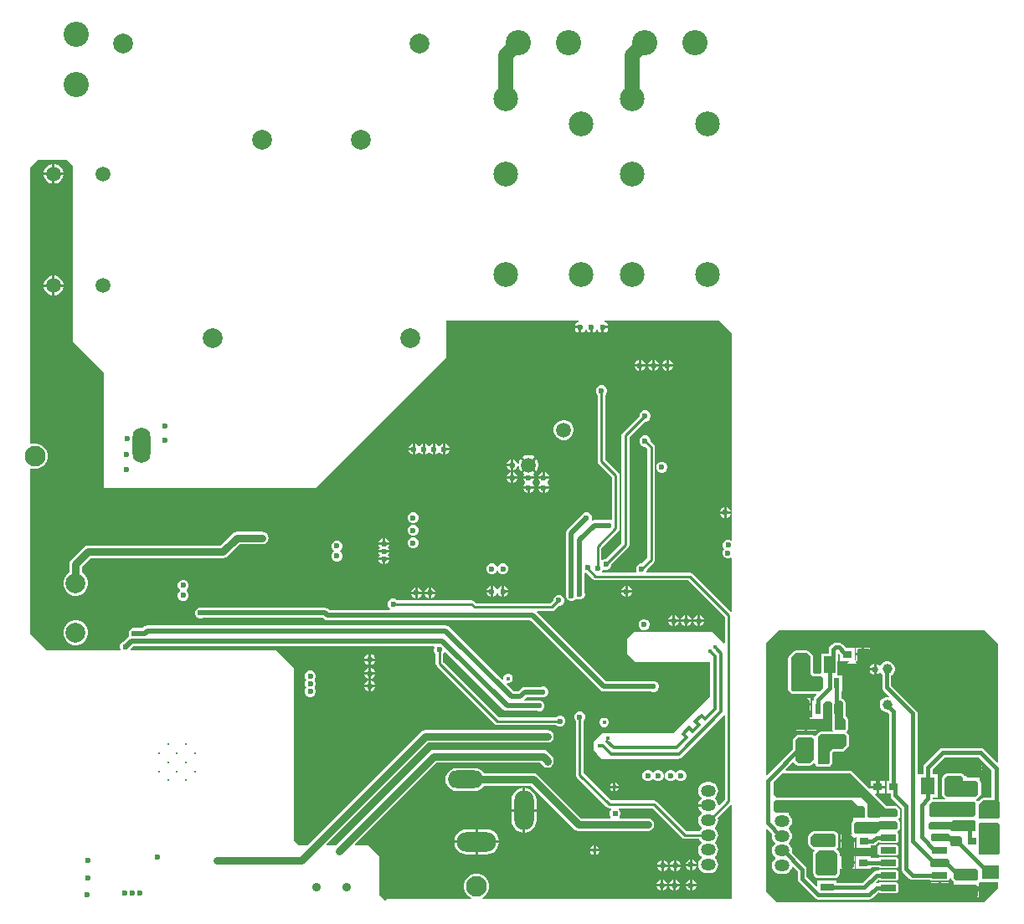
<source format=gbl>
G04*
G04 #@! TF.GenerationSoftware,Altium Limited,Altium Designer,24.2.2 (26)*
G04*
G04 Layer_Physical_Order=4*
G04 Layer_Color=16711680*
%FSLAX25Y25*%
%MOIN*%
G70*
G04*
G04 #@! TF.SameCoordinates,F296BD43-7A1A-4B5F-AFD2-8FBC70BB071E*
G04*
G04*
G04 #@! TF.FilePolarity,Positive*
G04*
G01*
G75*
%ADD20C,0.01000*%
%ADD26R,0.03800X0.03100*%
%ADD30R,0.05512X0.03150*%
%ADD40R,0.03100X0.03800*%
%ADD110C,0.08268*%
%ADD139C,0.01500*%
%ADD140C,0.01470*%
%ADD144C,0.02000*%
%ADD147C,0.03000*%
%ADD148C,0.06000*%
%ADD150C,0.03937*%
%ADD151O,0.05906X0.04724*%
%ADD152C,0.05906*%
%ADD153C,0.09843*%
%ADD154C,0.01181*%
%ADD155O,0.14173X0.07087*%
%ADD156O,0.07874X0.15748*%
%ADD157O,0.15748X0.07874*%
%ADD158C,0.03543*%
%ADD159C,0.07874*%
%ADD160C,0.10039*%
%ADD161O,0.07087X0.14173*%
%ADD162C,0.02362*%
%ADD163C,0.02500*%
%ADD164C,0.01575*%
%ADD165C,0.01772*%
%ADD166C,0.02400*%
%ADD213R,0.02362X0.04331*%
%ADD214R,0.04528X0.06693*%
%ADD215R,0.05669X0.07165*%
G04:AMPARAMS|DCode=216|XSize=62.99mil|YSize=24.02mil|CornerRadius=3mil|HoleSize=0mil|Usage=FLASHONLY|Rotation=180.000|XOffset=0mil|YOffset=0mil|HoleType=Round|Shape=RoundedRectangle|*
%AMROUNDEDRECTD216*
21,1,0.06299,0.01801,0,0,180.0*
21,1,0.05699,0.02402,0,0,180.0*
1,1,0.00600,-0.02849,0.00901*
1,1,0.00600,0.02849,0.00901*
1,1,0.00600,0.02849,-0.00901*
1,1,0.00600,-0.02849,-0.00901*
%
%ADD216ROUNDEDRECTD216*%
%ADD217R,0.07165X0.05669*%
G36*
X21229Y296324D02*
Y226274D01*
X33379Y214124D01*
Y168274D01*
X118129D01*
X169929Y220074D01*
Y234874D01*
X222620D01*
X222695Y234405D01*
X221893Y234073D01*
X221280Y233459D01*
X220975Y232724D01*
X223129D01*
Y232224D01*
X223629D01*
Y230070D01*
X224364Y230375D01*
X224978Y230989D01*
X225108Y231303D01*
X225649D01*
X225780Y230989D01*
X226393Y230375D01*
X227129Y230070D01*
Y232224D01*
X228129D01*
Y230070D01*
X228864Y230375D01*
X229478Y230989D01*
X229608Y231303D01*
X230149D01*
X230280Y230989D01*
X230893Y230375D01*
X231629Y230070D01*
Y232224D01*
X232129D01*
Y232724D01*
X234282D01*
X233978Y233459D01*
X233364Y234073D01*
X232563Y234405D01*
X232638Y234874D01*
X278379D01*
X283622Y229631D01*
Y147619D01*
X283122Y147382D01*
X282463Y147655D01*
X281595D01*
X280793Y147323D01*
X280180Y146710D01*
X279848Y145908D01*
Y145040D01*
X280180Y144238D01*
X280444Y143974D01*
X280080Y143609D01*
X279748Y142808D01*
Y141940D01*
X280080Y141139D01*
X280693Y140525D01*
X281495Y140193D01*
X282363D01*
X283122Y140507D01*
X283622Y140330D01*
Y119001D01*
X283122Y118794D01*
X267866Y134050D01*
X267370Y134381D01*
X266785Y134498D01*
X249911D01*
X249576Y134998D01*
X249760Y135440D01*
Y135892D01*
X252471Y138604D01*
X252803Y139100D01*
X252919Y139685D01*
Y184383D01*
X252803Y184968D01*
X252471Y185464D01*
X251064Y186872D01*
Y187324D01*
X250732Y188125D01*
X250118Y188739D01*
X249317Y189071D01*
X248449D01*
X247648Y188739D01*
X247034Y188125D01*
X246702Y187324D01*
Y186456D01*
X247034Y185654D01*
X247648Y185041D01*
X248449Y184709D01*
X248901D01*
X249860Y183749D01*
Y140319D01*
X247597Y138055D01*
X247145D01*
X246343Y137723D01*
X245730Y137109D01*
X245398Y136308D01*
Y135440D01*
X245581Y134998D01*
X245247Y134498D01*
X231940D01*
X231749Y134959D01*
X231828Y135038D01*
X232004Y135463D01*
X232622Y135727D01*
X232945Y135593D01*
X233813D01*
X234614Y135925D01*
X235228Y136539D01*
X235560Y137340D01*
Y137792D01*
X242212Y144445D01*
X242544Y144941D01*
X242660Y145526D01*
Y188504D01*
X248865Y194709D01*
X249317D01*
X250118Y195041D01*
X250732Y195654D01*
X251064Y196456D01*
Y197324D01*
X250732Y198125D01*
X250118Y198739D01*
X249317Y199071D01*
X248449D01*
X247648Y198739D01*
X247034Y198125D01*
X246702Y197324D01*
Y196872D01*
X240049Y190219D01*
X239718Y189723D01*
X239601Y189138D01*
Y146160D01*
X233397Y139955D01*
X232945D01*
X232143Y139623D01*
X232008Y139488D01*
X231508Y139695D01*
Y144349D01*
X238341Y151182D01*
X238673Y151678D01*
X238789Y152263D01*
Y173149D01*
X238673Y173734D01*
X238341Y174230D01*
X233119Y179453D01*
Y205335D01*
X233438Y205654D01*
X233771Y206456D01*
Y207324D01*
X233438Y208125D01*
X232825Y208739D01*
X232023Y209071D01*
X231156D01*
X230354Y208739D01*
X229740Y208125D01*
X229408Y207324D01*
Y206456D01*
X229740Y205654D01*
X230060Y205335D01*
Y178819D01*
X230176Y178234D01*
X230508Y177738D01*
X235731Y172515D01*
Y155708D01*
X235315Y155430D01*
X235013Y155555D01*
X234145D01*
X233802Y155413D01*
X228842D01*
X228061Y155258D01*
X228002Y155218D01*
X227598Y155550D01*
X227760Y155940D01*
Y156808D01*
X227428Y157609D01*
X226814Y158223D01*
X226013Y158555D01*
X225145D01*
X224343Y158223D01*
X223730Y157609D01*
X223588Y157267D01*
X218137Y151816D01*
X217695Y151154D01*
X217540Y150374D01*
Y126151D01*
X217398Y125808D01*
Y124940D01*
X217730Y124138D01*
X218343Y123525D01*
X219145Y123193D01*
X220013D01*
X220814Y123525D01*
X221428Y124138D01*
X221902Y123977D01*
X222461Y123746D01*
X223329D01*
X224131Y124078D01*
X224744Y124691D01*
X225076Y125493D01*
Y126361D01*
X224934Y126703D01*
Y134136D01*
X225350Y134414D01*
X225642Y134293D01*
X225742D01*
X228148Y131887D01*
X228644Y131555D01*
X229229Y131439D01*
X266151D01*
X280749Y116841D01*
Y106557D01*
X280287Y106365D01*
X279779Y106874D01*
Y106874D01*
X275788Y110865D01*
X244370Y110865D01*
X241879Y108374D01*
X241879Y102274D01*
X245229Y98924D01*
X274928D01*
Y85324D01*
X260279Y70674D01*
X232229D01*
X228624Y67069D01*
X228461Y63989D01*
X231502Y60224D01*
X261979D01*
X262318Y60563D01*
X262429D01*
X262429Y60563D01*
X263106Y60698D01*
X263680Y61081D01*
X280249Y77650D01*
X280749Y77443D01*
Y44090D01*
X278567Y41907D01*
X278039Y42087D01*
X277965Y42650D01*
X277626Y43468D01*
X277087Y44170D01*
X276775Y44410D01*
Y45040D01*
X277087Y45280D01*
X277626Y45982D01*
X277965Y46800D01*
X278081Y47678D01*
X277965Y48555D01*
X277626Y49373D01*
X277087Y50076D01*
X276385Y50615D01*
X275567Y50954D01*
X274689Y51069D01*
X273508D01*
X272631Y50954D01*
X271813Y50615D01*
X271110Y50076D01*
X270571Y49373D01*
X270233Y48555D01*
X270117Y47678D01*
X270233Y46800D01*
X270571Y45982D01*
X271110Y45280D01*
X271423Y45040D01*
Y44410D01*
X271110Y44170D01*
X270571Y43468D01*
X270233Y42650D01*
X270183Y42272D01*
X274099D01*
Y41272D01*
X270183D01*
X270233Y40895D01*
X270571Y40077D01*
X271110Y39374D01*
X271423Y39135D01*
Y38504D01*
X271110Y38265D01*
X270571Y37562D01*
X270233Y36744D01*
X270117Y35867D01*
X270233Y34989D01*
X270571Y34171D01*
X271110Y33469D01*
X271423Y33229D01*
Y32599D01*
X271110Y32359D01*
X270571Y31657D01*
X270502Y31491D01*
X265425D01*
X253610Y43306D01*
X253114Y43637D01*
X252529Y43753D01*
X235338D01*
X224457Y54634D01*
Y75470D01*
X224777Y75789D01*
X225109Y76591D01*
Y77459D01*
X224777Y78260D01*
X224164Y78874D01*
X223362Y79206D01*
X222494D01*
X221692Y78874D01*
X221079Y78260D01*
X220747Y77459D01*
Y76591D01*
X221079Y75789D01*
X221399Y75470D01*
Y54000D01*
X221515Y53415D01*
X221847Y52919D01*
X233623Y41143D01*
X234119Y40811D01*
X234704Y40695D01*
X235331D01*
X235538Y40195D01*
X235114Y39770D01*
X234779Y38962D01*
Y38086D01*
X235114Y37278D01*
X235268Y37123D01*
X235061Y36623D01*
X223435D01*
X206178Y53880D01*
X205351Y54432D01*
X204376Y54626D01*
X184862D01*
X184332Y55317D01*
X183383Y56046D01*
X182277Y56503D01*
X181091Y56660D01*
X174005D01*
X172819Y56503D01*
X171713Y56046D01*
X170764Y55317D01*
X170036Y54368D01*
X169578Y53263D01*
X169422Y52077D01*
X169578Y50891D01*
X170036Y49786D01*
X170764Y48837D01*
X171713Y48109D01*
X172819Y47651D01*
X174005Y47495D01*
X181091D01*
X182277Y47651D01*
X183383Y48109D01*
X184332Y48837D01*
X184862Y49528D01*
X203320D01*
X220576Y32272D01*
X221403Y31719D01*
X222379Y31525D01*
X250079D01*
X251054Y31719D01*
X251881Y32272D01*
X252434Y33099D01*
X252628Y34074D01*
X252434Y35050D01*
X251881Y35876D01*
X251054Y36429D01*
X250079Y36623D01*
X238896D01*
X238689Y37123D01*
X238844Y37278D01*
X239179Y38086D01*
Y38962D01*
X238844Y39770D01*
X238419Y40195D01*
X238627Y40695D01*
X251895D01*
X263710Y28880D01*
X264206Y28548D01*
X264791Y28432D01*
X270502D01*
X270571Y28266D01*
X271110Y27563D01*
X271423Y27324D01*
Y26693D01*
X271110Y26454D01*
X270571Y25751D01*
X270233Y24934D01*
X270117Y24056D01*
X270233Y23178D01*
X270571Y22360D01*
X271110Y21658D01*
X271423Y21418D01*
Y20788D01*
X271110Y20548D01*
X270571Y19846D01*
X270233Y19028D01*
X270117Y18150D01*
X270233Y17273D01*
X270571Y16455D01*
X271110Y15752D01*
X271813Y15213D01*
X272631Y14875D01*
X273508Y14759D01*
X274689D01*
X275567Y14875D01*
X276385Y15213D01*
X277087Y15752D01*
X277626Y16455D01*
X277965Y17273D01*
X278081Y18150D01*
X277965Y19028D01*
X277626Y19846D01*
X277087Y20548D01*
X276775Y20788D01*
Y21418D01*
X277087Y21658D01*
X277626Y22360D01*
X277965Y23178D01*
X278081Y24056D01*
X277965Y24934D01*
X277626Y25751D01*
X277087Y26454D01*
X276775Y26693D01*
Y27324D01*
X277087Y27563D01*
X277626Y28266D01*
X277965Y29084D01*
X278081Y29961D01*
X277965Y30839D01*
X277626Y31657D01*
X277087Y32359D01*
X276775Y32599D01*
Y33229D01*
X277087Y33469D01*
X277626Y34171D01*
X277965Y34989D01*
X278081Y35867D01*
X277965Y36744D01*
X277896Y36911D01*
X283122Y42137D01*
X283622Y41930D01*
Y4474D01*
X184142D01*
X184008Y4974D01*
X184970Y5529D01*
X185907Y6467D01*
X186570Y7615D01*
X186913Y8895D01*
Y10220D01*
X186570Y11501D01*
X185907Y12648D01*
X184970Y13586D01*
X183822Y14248D01*
X182542Y14591D01*
X181216D01*
X179936Y14248D01*
X178788Y13586D01*
X177851Y12648D01*
X177188Y11501D01*
X176845Y10220D01*
Y8895D01*
X177188Y7615D01*
X177851Y6467D01*
X178788Y5529D01*
X179750Y4974D01*
X179616Y4474D01*
X146129D01*
X145429Y3774D01*
X142979Y6224D01*
Y21624D01*
X138879Y25724D01*
X133506D01*
X133314Y26186D01*
X165954Y58825D01*
X207266D01*
X207788Y58303D01*
X208276Y57572D01*
X209103Y57019D01*
X210079Y56825D01*
X211054Y57019D01*
X211881Y57572D01*
X212434Y58399D01*
X212628Y59374D01*
Y59617D01*
X212434Y60592D01*
X211881Y61419D01*
X210124Y63176D01*
X209297Y63729D01*
X208321Y63923D01*
X164898D01*
X163922Y63729D01*
X163095Y63176D01*
X125643Y25724D01*
X122187D01*
X121995Y26186D01*
X162535Y66725D01*
X210079D01*
X211054Y66919D01*
X211881Y67472D01*
X212434Y68299D01*
X212628Y69274D01*
X212434Y70249D01*
X211881Y71076D01*
X211054Y71629D01*
X210079Y71823D01*
X161479D01*
X160503Y71629D01*
X159676Y71076D01*
X114324Y25724D01*
X111129D01*
X109029Y27824D01*
Y96524D01*
X102167Y103386D01*
X44328D01*
X44030Y103886D01*
X44070Y103981D01*
X45223Y105135D01*
X164699D01*
X165033Y104635D01*
X164898Y104308D01*
Y103440D01*
X165230Y102638D01*
X165549Y102319D01*
Y98374D01*
X165666Y97789D01*
X165997Y97293D01*
X188997Y74293D01*
X189494Y73961D01*
X190079Y73845D01*
X213524D01*
X213843Y73525D01*
X214645Y73193D01*
X215513D01*
X216314Y73525D01*
X216928Y74138D01*
X217260Y74940D01*
Y75808D01*
X216928Y76609D01*
X216314Y77223D01*
X215513Y77555D01*
X214645D01*
X213843Y77223D01*
X213524Y76903D01*
X190712D01*
X168608Y99007D01*
Y102319D01*
X168928Y102638D01*
X169049Y102931D01*
X169539Y103028D01*
X192586Y79982D01*
X193247Y79540D01*
X194027Y79385D01*
X206002D01*
X206345Y79243D01*
X207213D01*
X208014Y79575D01*
X208628Y80189D01*
X208960Y80990D01*
Y81858D01*
X208628Y82660D01*
X208014Y83273D01*
X207213Y83605D01*
X206345D01*
X206002Y83463D01*
X201147D01*
X200939Y83963D01*
X201861Y84885D01*
X207494D01*
X207837Y84743D01*
X208704D01*
X209506Y85075D01*
X210119Y85689D01*
X210451Y86490D01*
Y87358D01*
X210119Y88160D01*
X209506Y88773D01*
X208704Y89105D01*
X207837D01*
X207494Y88963D01*
X201016D01*
X200236Y88808D01*
X199575Y88366D01*
X198303Y87094D01*
X196742D01*
X193809Y90028D01*
X193947Y90355D01*
X194055Y90488D01*
X194754D01*
X195447Y90775D01*
X195977Y91306D01*
X196265Y91999D01*
Y92749D01*
X195977Y93442D01*
X195447Y93973D01*
X194754Y94260D01*
X194004D01*
X193310Y93973D01*
X192780Y93442D01*
X192493Y92749D01*
Y92051D01*
X192360Y91943D01*
X192032Y91804D01*
X171021Y112816D01*
X170359Y113258D01*
X169579Y113413D01*
X50741D01*
X49961Y113258D01*
X49299Y112816D01*
X48877Y112394D01*
X46336D01*
X45994Y112536D01*
X45126D01*
X44324Y112204D01*
X43711Y111591D01*
X43379Y110789D01*
Y109921D01*
X43531Y109554D01*
X43598Y109058D01*
X42937Y108616D01*
X41186Y106865D01*
X40843Y106723D01*
X40230Y106109D01*
X39898Y105308D01*
Y104440D01*
X40127Y103886D01*
X39829Y103386D01*
X10667D01*
X4229Y109824D01*
Y175721D01*
X4625Y176026D01*
X5318Y175840D01*
X6643D01*
X7923Y176183D01*
X9071Y176846D01*
X10008Y177783D01*
X10671Y178931D01*
X11014Y180211D01*
Y181537D01*
X10671Y182817D01*
X10008Y183965D01*
X9071Y184902D01*
X7923Y185565D01*
X6643Y185908D01*
X5318D01*
X4625Y185722D01*
X4229Y186027D01*
Y295774D01*
X7287Y298833D01*
X18720D01*
X21229Y296324D01*
D02*
G37*
G36*
X389626Y105914D02*
Y58941D01*
X389164Y58750D01*
X383838Y64076D01*
X383259Y64463D01*
X382576Y64599D01*
X367335D01*
X366652Y64463D01*
X366074Y64076D01*
X366074Y64076D01*
X360303Y58305D01*
X359916Y57726D01*
X359780Y57044D01*
Y54119D01*
X357730D01*
X357360Y54433D01*
Y78400D01*
X357224Y79083D01*
X356838Y79662D01*
X356838Y79662D01*
X346940Y89560D01*
Y93583D01*
X347162Y93711D01*
X347714Y94264D01*
X348105Y94941D01*
X348307Y95696D01*
Y96478D01*
X348105Y97233D01*
X347714Y97909D01*
X347162Y98462D01*
X346485Y98853D01*
X345730Y99055D01*
X344948D01*
X344193Y98853D01*
X343516Y98462D01*
X342963Y97909D01*
X342785Y97601D01*
X342169Y97534D01*
X341781Y97922D01*
X341007Y98243D01*
Y96014D01*
Y93786D01*
X341781Y94107D01*
X342222Y94548D01*
X342804Y94513D01*
X342827Y94500D01*
X342963Y94264D01*
X343371Y93856D01*
Y88821D01*
X343507Y88138D01*
X343894Y87559D01*
X346129Y85324D01*
X345870Y84876D01*
X345730Y84913D01*
X344948D01*
X344193Y84711D01*
X343516Y84320D01*
X342963Y83767D01*
X342573Y83091D01*
X342370Y82336D01*
Y81554D01*
X342573Y80799D01*
X342963Y80122D01*
X343516Y79569D01*
X344193Y79179D01*
X344948Y78976D01*
X345491D01*
X346142Y78325D01*
Y51664D01*
X345026D01*
Y46564D01*
X346757D01*
Y45728D01*
X346893Y45046D01*
X347280Y44467D01*
X351072Y40674D01*
Y16434D01*
X351208Y15751D01*
X351595Y15172D01*
X354064Y12703D01*
X354064Y12703D01*
X354643Y12316D01*
X355326Y12180D01*
X355326Y12180D01*
X362359D01*
X362395Y12126D01*
X362825Y11839D01*
X363333Y11738D01*
X369031D01*
X369539Y11839D01*
X369969Y12126D01*
X370256Y12556D01*
X370321Y12880D01*
X370807Y12914D01*
X370884Y12524D01*
X371105Y12193D01*
X371514Y11784D01*
X371680Y11353D01*
D01*
X371750Y10936D01*
X371680Y10853D01*
X371680D01*
Y10214D01*
X380876D01*
X381626Y9464D01*
Y8453D01*
X381898D01*
Y10819D01*
X381901Y10864D01*
X382007Y11308D01*
X389626D01*
Y8814D01*
X384126Y3314D01*
X301326D01*
X297140Y7501D01*
Y32186D01*
X297601Y32377D01*
X299558Y30421D01*
X299457Y29654D01*
X299572Y28776D01*
X299911Y27959D01*
X300450Y27256D01*
X300763Y27016D01*
Y26386D01*
X300450Y26147D01*
X299911Y25444D01*
X299572Y24626D01*
X299457Y23749D01*
X299572Y22871D01*
X299911Y22053D01*
X300450Y21351D01*
X300763Y21111D01*
Y20481D01*
X300450Y20241D01*
X299911Y19539D01*
X299572Y18721D01*
X299457Y17843D01*
X299572Y16965D01*
X299911Y16147D01*
X300450Y15445D01*
X301152Y14906D01*
X301970Y14567D01*
X302848Y14452D01*
X304029D01*
X304907Y14567D01*
X305725Y14906D01*
X306427Y15445D01*
X306966Y16147D01*
X307305Y16965D01*
X307346Y17275D01*
X307819Y17435D01*
X309712Y15542D01*
Y12616D01*
X309848Y11933D01*
X310234Y11354D01*
X316693Y4895D01*
X317272Y4508D01*
X317955Y4372D01*
X338213D01*
X338896Y4508D01*
X339475Y4895D01*
X341452Y6872D01*
X341883Y7126D01*
X342314Y6839D01*
X342821Y6738D01*
X348520D01*
X349027Y6839D01*
X349457Y7126D01*
X349744Y7556D01*
X349845Y8064D01*
Y9865D01*
X349744Y10372D01*
X349457Y10802D01*
X349027Y11090D01*
X348520Y11191D01*
X342821D01*
X342314Y11090D01*
X341883Y10802D01*
X341847Y10749D01*
X341035D01*
X341005Y10781D01*
X340793Y11213D01*
X341452Y11872D01*
X341883Y12126D01*
X342314Y11839D01*
X342821Y11738D01*
X348520D01*
X349027Y11839D01*
X349457Y12126D01*
X349744Y12556D01*
X349845Y13064D01*
Y14865D01*
X349744Y15372D01*
X349457Y15802D01*
X349027Y16090D01*
X348520Y16191D01*
X342821D01*
X342314Y16090D01*
X341883Y15802D01*
X341847Y15749D01*
X341021D01*
X340338Y15613D01*
X339759Y15226D01*
X335499Y10966D01*
X325067D01*
Y11756D01*
X317556D01*
Y9733D01*
X317094Y9542D01*
X313281Y13355D01*
Y16282D01*
X313281Y16282D01*
X313145Y16964D01*
X312758Y17543D01*
X312758Y17543D01*
X307319Y22982D01*
X307420Y23749D01*
X307305Y24626D01*
X306966Y25444D01*
X306427Y26147D01*
X306115Y26386D01*
Y27016D01*
X306427Y27256D01*
X306966Y27959D01*
X307305Y28776D01*
X307420Y29654D01*
X307305Y30532D01*
X306966Y31350D01*
X306427Y32052D01*
X306115Y32292D01*
Y32922D01*
X306427Y33162D01*
X306966Y33864D01*
X307305Y34682D01*
X307420Y35560D01*
X307305Y36437D01*
X306966Y37255D01*
X306427Y37958D01*
X306115Y38197D01*
Y38827D01*
X306351Y39009D01*
X300974D01*
X300276Y39706D01*
Y43364D01*
X300876Y43964D01*
X331176D01*
X332076Y43064D01*
X333726Y41414D01*
X335826D01*
X336326Y40914D01*
Y37214D01*
X336026Y36914D01*
X331873D01*
Y36307D01*
X331873Y36306D01*
X331955Y35908D01*
X331873Y35806D01*
X331873D01*
X331592Y35423D01*
X331405Y35235D01*
X331184Y34905D01*
X331106Y34514D01*
Y31314D01*
X331184Y30924D01*
X331391Y30614D01*
X331374Y30527D01*
X331177Y30114D01*
X330876D01*
X331976Y29014D01*
Y28064D01*
X332576D01*
Y28831D01*
X332998Y29099D01*
X333076Y29062D01*
Y25014D01*
X338876D01*
Y25780D01*
X339621D01*
X340303Y25916D01*
X340882Y26303D01*
X341452Y26872D01*
X341883Y27126D01*
X342314Y26839D01*
X342821Y26738D01*
X348520D01*
X349027Y26839D01*
X349457Y27126D01*
X349744Y27556D01*
X349845Y28064D01*
Y29865D01*
X349744Y30372D01*
X349457Y30802D01*
X349472Y31393D01*
X349547Y31443D01*
X350047Y31943D01*
X350268Y32274D01*
X350346Y32664D01*
Y35014D01*
X350268Y35405D01*
X350047Y35735D01*
X349656Y36126D01*
X349697Y36543D01*
X350197Y37043D01*
X350418Y37374D01*
X350496Y37764D01*
Y39764D01*
X350418Y40154D01*
X350197Y40485D01*
X349447Y41235D01*
X349116Y41456D01*
X348726Y41534D01*
X345198Y41534D01*
X340630Y46102D01*
X340821Y46564D01*
X341126D01*
Y48614D01*
X338617D01*
X338264Y48468D01*
X331397Y55335D01*
X331066Y55556D01*
X330676Y55634D01*
X304972D01*
X304781Y56096D01*
X307635Y58950D01*
X308295Y58903D01*
X309205Y57993D01*
X309536Y57772D01*
X309926Y57695D01*
X314626Y57695D01*
X315016Y57772D01*
X315347Y57993D01*
X316112Y58758D01*
X316609Y58688D01*
X316693Y58363D01*
X316734Y58156D01*
X316955Y57825D01*
X317287Y57493D01*
X317617Y57272D01*
X318008Y57195D01*
X321951D01*
X322341Y57272D01*
X322672Y57493D01*
X323247Y58068D01*
X323468Y58399D01*
X323546Y58789D01*
Y62792D01*
X323848Y63095D01*
X327426D01*
X327816Y63172D01*
X328147Y63393D01*
X329847Y65093D01*
X330068Y65424D01*
X330146Y65814D01*
Y69564D01*
X330068Y69955D01*
X329847Y70285D01*
X329479Y70654D01*
X329280Y70951D01*
X329313Y71409D01*
X329397Y71493D01*
X329618Y71824D01*
X329696Y72214D01*
Y76043D01*
X329618Y76433D01*
X329397Y76764D01*
X328893Y77268D01*
Y82610D01*
X328815Y83000D01*
X328594Y83331D01*
X327794Y84131D01*
X327464Y84352D01*
X327073Y84430D01*
Y87315D01*
X327470D01*
Y93646D01*
X325600D01*
Y99303D01*
X325634Y99475D01*
X325634Y99475D01*
Y102160D01*
X326096Y102351D01*
X326522Y101925D01*
Y99348D01*
X329967D01*
X330051Y98853D01*
X329374Y98462D01*
X328821Y97909D01*
X328616Y97554D01*
X329126Y98064D01*
X332676D01*
X333047Y98435D01*
X333019Y98462D01*
X332343Y98853D01*
X332337Y98854D01*
X332333Y98989D01*
X332682Y99348D01*
X332822Y99348D01*
X333319Y99348D01*
X333476D01*
Y101398D01*
X332822D01*
Y99848D01*
X332822Y99356D01*
X332814Y99356D01*
X332323Y99848D01*
Y104448D01*
X329046D01*
X327468Y106026D01*
X326889Y106413D01*
X326206Y106549D01*
X324729D01*
X324046Y106413D01*
X323467Y106026D01*
X322588Y105147D01*
X322202Y104569D01*
X322066Y103886D01*
Y102308D01*
X319073D01*
Y94742D01*
X318926Y94284D01*
X316348D01*
X315946Y94687D01*
Y100814D01*
X315868Y101205D01*
X315647Y101535D01*
X314047Y103135D01*
X313716Y103356D01*
X313326Y103434D01*
X308776D01*
X308386Y103356D01*
X308055Y103135D01*
X306255Y101335D01*
X306034Y101005D01*
X305957Y100614D01*
Y88014D01*
X306034Y87624D01*
X306255Y87293D01*
X307005Y86543D01*
X307336Y86322D01*
X307726Y86245D01*
X316967D01*
X317158Y85783D01*
X316547Y85172D01*
X316160Y84593D01*
X316024Y83910D01*
Y83410D01*
X315628D01*
Y77217D01*
X315628Y77079D01*
X315295Y76717D01*
X314476D01*
Y76614D01*
X314726Y76364D01*
X319826D01*
Y82214D01*
X320926Y83314D01*
X322476D01*
X323376Y82414D01*
Y72164D01*
X323176Y71964D01*
X321262D01*
Y71961D01*
X323430D01*
X323719Y71545D01*
X323691Y71424D01*
X323507Y71084D01*
X318826D01*
X318436Y71006D01*
X318105Y70785D01*
X316955Y69635D01*
X316941Y69614D01*
X316828Y69472D01*
X316329Y69406D01*
X316258Y69424D01*
X316047Y69635D01*
X315716Y69856D01*
X315326Y69934D01*
X309726D01*
X309336Y69856D01*
X309005Y69635D01*
X308055Y68685D01*
X307834Y68354D01*
X307756Y67964D01*
Y64118D01*
X297601Y53963D01*
X297140Y54154D01*
Y106628D01*
X302026Y111514D01*
X384026D01*
X389626Y105914D01*
D02*
G37*
G36*
X314926Y100814D02*
Y94264D01*
X315926Y93264D01*
X318926D01*
X319776Y92414D01*
X319776Y88464D01*
X318576Y87264D01*
X307726D01*
X306976Y88014D01*
Y100614D01*
X308776Y102414D01*
X313326D01*
X314926Y100814D01*
D02*
G37*
G36*
X327873Y82610D02*
Y76845D01*
X328676Y76043D01*
Y72214D01*
X328423Y71961D01*
X324779D01*
X324476Y72264D01*
Y83214D01*
X324672Y83410D01*
X327073D01*
X327873Y82610D01*
D02*
G37*
G36*
X316076Y68164D02*
Y60164D01*
X314626Y58714D01*
X309926Y58714D01*
X308776Y59864D01*
Y67864D01*
Y67964D01*
X309726Y68914D01*
X315326D01*
X316076Y68164D01*
D02*
G37*
G36*
X329126Y69564D02*
Y65814D01*
X327426Y64114D01*
X323426D01*
X322526Y63214D01*
Y58789D01*
X321951Y58214D01*
X318008D01*
X317676Y58546D01*
Y68914D01*
X318826Y70064D01*
X328626D01*
X329126Y69564D01*
D02*
G37*
G36*
X375476Y52964D02*
Y51814D01*
X375826Y51464D01*
X380826D01*
X381626Y50664D01*
Y46364D01*
X380526Y45264D01*
X369126D01*
X368226Y46164D01*
Y52614D01*
X369176Y53564D01*
X374876D01*
X375476Y52964D01*
D02*
G37*
G36*
X386942Y55925D02*
Y44784D01*
X383426Y44784D01*
X383036Y44706D01*
X382705Y44485D01*
X381681Y43461D01*
X381499Y43413D01*
X381284Y43425D01*
X381023Y43510D01*
X380752Y43780D01*
X380770Y44028D01*
X380879Y44315D01*
X380916Y44322D01*
X381247Y44543D01*
X382347Y45643D01*
X382568Y45974D01*
X382646Y46364D01*
Y50664D01*
X382568Y51055D01*
X382347Y51385D01*
X382127Y51606D01*
X381973Y52042D01*
D01*
Y52542D01*
X381973D01*
Y52964D01*
X377276D01*
X376769Y53471D01*
X376644Y53429D01*
X376373Y53422D01*
X376197Y53685D01*
X375919Y53963D01*
Y54119D01*
X375764D01*
X375597Y54285D01*
X375266Y54506D01*
X374876Y54584D01*
X369176D01*
X368786Y54506D01*
X368455Y54285D01*
X368288Y54119D01*
X368250D01*
Y54080D01*
X367505Y53335D01*
X367284Y53004D01*
X367207Y52614D01*
Y46164D01*
X367284Y45774D01*
X367505Y45443D01*
X368315Y44634D01*
X368224Y44280D01*
X368123Y44134D01*
X363611D01*
X363349Y44453D01*
X363349Y44453D01*
Y44953D01*
X365399D01*
Y54119D01*
X363349D01*
Y56305D01*
X368074Y61030D01*
X381837D01*
X386942Y55925D01*
D02*
G37*
G36*
X380376Y42714D02*
Y38014D01*
X379626Y37264D01*
X362776Y37264D01*
X362026Y38014D01*
Y39764D01*
Y41914D01*
X363226Y43114D01*
X379976D01*
X380376Y42714D01*
D02*
G37*
G36*
X344776Y40514D02*
X348726Y40514D01*
X349476Y39764D01*
Y37764D01*
X348976Y37264D01*
X342526D01*
X342226Y36964D01*
X338176D01*
X337426Y37714D01*
X337426Y40764D01*
Y42564D01*
X335076Y44914D01*
X301367D01*
X300276Y46006D01*
Y51164D01*
X303726Y54614D01*
X330676D01*
X344776Y40514D01*
D02*
G37*
G36*
X390176Y43164D02*
Y37064D01*
X389776Y36664D01*
X381826D01*
X381676Y36814D01*
Y42014D01*
X383426Y43764D01*
X389576Y43764D01*
X390176Y43164D01*
D02*
G37*
G36*
X380326Y35514D02*
Y32014D01*
X380026Y31714D01*
X370876D01*
X370426Y32164D01*
X362326D01*
X361676Y32814D01*
Y34714D01*
X362326Y35364D01*
X370776Y35364D01*
X371426Y36014D01*
X379826D01*
X380326Y35514D01*
D02*
G37*
G36*
X349326Y35014D02*
Y32664D01*
X348826Y32164D01*
X342626D01*
X341026Y30564D01*
X332876D01*
X332126Y31314D01*
Y34314D01*
Y34514D01*
X332826Y35214D01*
X341826D01*
X342326Y35714D01*
X348626D01*
X349326Y35014D01*
D02*
G37*
G36*
X370726Y29514D02*
X374626D01*
X375276Y28864D01*
Y26414D01*
X374276Y25414D01*
X370976D01*
X370376Y26014D01*
Y27114D01*
X369876Y27614D01*
X363226D01*
X362726Y28114D01*
Y30114D01*
X363026Y30414D01*
X369826D01*
X370726Y29514D01*
D02*
G37*
G36*
X390276Y34314D02*
Y22814D01*
X389676Y22214D01*
X382076D01*
X381676Y22614D01*
Y34514D01*
X382176Y35014D01*
X389576D01*
X390276Y34314D01*
D02*
G37*
G36*
X370026Y19814D02*
Y18914D01*
X372426Y16514D01*
X380776D01*
X381326Y15964D01*
Y12414D01*
X380926Y12014D01*
X372726D01*
X371826Y12914D01*
Y14964D01*
X369526Y17264D01*
X363076Y17264D01*
X362476Y17864D01*
Y19664D01*
X363476Y20664D01*
X369176D01*
X370026Y19814D01*
D02*
G37*
%LPC*%
G36*
X13985Y297299D02*
X13965D01*
Y293847D01*
X17417D01*
Y293867D01*
X17148Y294872D01*
X16628Y295774D01*
X15892Y296510D01*
X14990Y297030D01*
X13985Y297299D01*
D02*
G37*
G36*
X12965D02*
X12944D01*
X11939Y297030D01*
X11038Y296510D01*
X10302Y295774D01*
X9781Y294872D01*
X9512Y293867D01*
Y293847D01*
X12965D01*
Y297299D01*
D02*
G37*
G36*
X17417Y292846D02*
X13965D01*
Y289394D01*
X13985D01*
X14990Y289663D01*
X15892Y290183D01*
X16628Y290919D01*
X17148Y291821D01*
X17417Y292826D01*
Y292846D01*
D02*
G37*
G36*
X12965D02*
X9512D01*
Y292826D01*
X9781Y291821D01*
X10302Y290919D01*
X11038Y290183D01*
X11939Y289663D01*
X12944Y289394D01*
X12965D01*
Y292846D01*
D02*
G37*
G36*
X13985Y252811D02*
X13965D01*
Y249358D01*
X17417D01*
Y249379D01*
X17148Y250384D01*
X16628Y251285D01*
X15892Y252021D01*
X14990Y252542D01*
X13985Y252811D01*
D02*
G37*
G36*
X12965D02*
X12944D01*
X11939Y252542D01*
X11038Y252021D01*
X10302Y251285D01*
X9781Y250384D01*
X9512Y249379D01*
Y249358D01*
X12965D01*
Y252811D01*
D02*
G37*
G36*
X17417Y248358D02*
X13965D01*
Y244905D01*
X13985D01*
X14990Y245175D01*
X15892Y245695D01*
X16628Y246431D01*
X17148Y247333D01*
X17417Y248338D01*
Y248358D01*
D02*
G37*
G36*
X12965D02*
X9512D01*
Y248338D01*
X9781Y247333D01*
X10302Y246431D01*
X11038Y245695D01*
X11939Y245175D01*
X12944Y244905D01*
X12965D01*
Y248358D01*
D02*
G37*
G36*
X234282Y231724D02*
X232629D01*
Y230070D01*
X233364Y230375D01*
X233978Y230989D01*
X234282Y231724D01*
D02*
G37*
G36*
X222629D02*
X220975D01*
X221280Y230989D01*
X221893Y230375D01*
X222629Y230070D01*
Y231724D01*
D02*
G37*
G36*
X258329Y219178D02*
Y217524D01*
X259982D01*
X259678Y218260D01*
X259064Y218873D01*
X258329Y219178D01*
D02*
G37*
G36*
X257329D02*
X256593Y218873D01*
X255980Y218260D01*
X255675Y217524D01*
X257329D01*
Y219178D01*
D02*
G37*
G36*
X252829D02*
Y217524D01*
X254482D01*
X254178Y218260D01*
X253564Y218873D01*
X252829Y219178D01*
D02*
G37*
G36*
X251829D02*
X251093Y218873D01*
X250480Y218260D01*
X250175Y217524D01*
X251829D01*
Y219178D01*
D02*
G37*
G36*
X247329D02*
Y217524D01*
X248982D01*
X248678Y218260D01*
X248064Y218873D01*
X247329Y219178D01*
D02*
G37*
G36*
X246329D02*
X245593Y218873D01*
X244980Y218260D01*
X244675Y217524D01*
X246329D01*
Y219178D01*
D02*
G37*
G36*
X259982Y216524D02*
X258329D01*
Y214870D01*
X259064Y215175D01*
X259678Y215789D01*
X259982Y216524D01*
D02*
G37*
G36*
X257329D02*
X255675D01*
X255980Y215789D01*
X256593Y215175D01*
X257329Y214870D01*
Y216524D01*
D02*
G37*
G36*
X254482D02*
X252829D01*
Y214870D01*
X253564Y215175D01*
X254178Y215789D01*
X254482Y216524D01*
D02*
G37*
G36*
X251829D02*
X250175D01*
X250480Y215789D01*
X251093Y215175D01*
X251829Y214870D01*
Y216524D01*
D02*
G37*
G36*
X248982D02*
X247329D01*
Y214870D01*
X248064Y215175D01*
X248678Y215789D01*
X248982Y216524D01*
D02*
G37*
G36*
X246329D02*
X244675D01*
X244980Y215789D01*
X245593Y215175D01*
X246329Y214870D01*
Y216524D01*
D02*
G37*
G36*
X217019Y195246D02*
X215978D01*
X214972Y194977D01*
X214071Y194456D01*
X213335Y193720D01*
X212815Y192819D01*
X212545Y191814D01*
Y190773D01*
X212815Y189768D01*
X213335Y188866D01*
X214071Y188130D01*
X214972Y187610D01*
X215978Y187341D01*
X217019D01*
X218024Y187610D01*
X218925Y188130D01*
X219661Y188866D01*
X220181Y189768D01*
X220451Y190773D01*
Y191814D01*
X220181Y192819D01*
X219661Y193720D01*
X218925Y194456D01*
X218024Y194977D01*
X217019Y195246D01*
D02*
G37*
G36*
X160379Y185728D02*
X159643Y185423D01*
X159199Y184979D01*
X158879Y184864D01*
X158559Y184979D01*
X158114Y185423D01*
X157379Y185728D01*
Y183574D01*
Y181420D01*
X158114Y181725D01*
X158559Y182169D01*
X158879Y182284D01*
X159199Y182169D01*
X159643Y181725D01*
X160379Y181420D01*
Y183574D01*
Y185728D01*
D02*
G37*
G36*
X168379D02*
X167643Y185423D01*
X167199Y184979D01*
X166879Y184864D01*
X166559Y184979D01*
X166114Y185423D01*
X165379Y185728D01*
Y183574D01*
Y181420D01*
X166114Y181725D01*
X166559Y182169D01*
X166879Y182284D01*
X167199Y182169D01*
X167643Y181725D01*
X168379Y181420D01*
Y183574D01*
Y185728D01*
D02*
G37*
G36*
X164379D02*
X163643Y185423D01*
X163199Y184979D01*
X162879Y184864D01*
X162559Y184979D01*
X162114Y185423D01*
X161379Y185728D01*
Y183574D01*
Y181420D01*
X162114Y181725D01*
X162559Y182169D01*
X162879Y182284D01*
X163199Y182169D01*
X163643Y181725D01*
X164379Y181420D01*
Y183574D01*
Y185728D01*
D02*
G37*
G36*
X169379D02*
Y184074D01*
X171032D01*
X170728Y184810D01*
X170114Y185423D01*
X169379Y185728D01*
D02*
G37*
G36*
X156379D02*
X155643Y185423D01*
X155030Y184810D01*
X154725Y184074D01*
X156379D01*
Y185728D01*
D02*
G37*
G36*
X171032Y183074D02*
X169379D01*
Y181420D01*
X170114Y181725D01*
X170728Y182339D01*
X171032Y183074D01*
D02*
G37*
G36*
X156379D02*
X154725D01*
X155030Y182339D01*
X155643Y181725D01*
X156379Y181420D01*
Y183074D01*
D02*
G37*
G36*
X203099Y181327D02*
X202058D01*
X201053Y181057D01*
X200152Y180537D01*
X200137Y180523D01*
X202579Y178081D01*
X205020Y180523D01*
X205006Y180537D01*
X204104Y181057D01*
X203099Y181327D01*
D02*
G37*
G36*
X199430Y179815D02*
X199416Y179801D01*
X198895Y178900D01*
X198661Y178025D01*
X198183Y177948D01*
X198150Y177952D01*
X197878Y178610D01*
X197264Y179223D01*
X196529Y179528D01*
Y177374D01*
Y175220D01*
X197264Y175525D01*
X197878Y176138D01*
X198150Y176796D01*
X198183Y176800D01*
X198661Y176723D01*
X198895Y175848D01*
X199416Y174947D01*
X199430Y174933D01*
X201872Y177374D01*
X199430Y179815D01*
D02*
G37*
G36*
X195529Y179528D02*
X194793Y179223D01*
X194180Y178610D01*
X193875Y177874D01*
X195529D01*
Y179528D01*
D02*
G37*
G36*
Y176874D02*
X193875D01*
X194180Y176138D01*
X194793Y175525D01*
X195529Y175220D01*
Y176874D01*
D02*
G37*
G36*
X205727Y179815D02*
X203286Y177374D01*
X205727Y174933D01*
X205742Y174947D01*
X206262Y175848D01*
X206532Y176854D01*
Y177894D01*
X206262Y178900D01*
X205742Y179801D01*
X205727Y179815D01*
D02*
G37*
G36*
X256063Y178705D02*
X255195D01*
X254393Y178373D01*
X253780Y177760D01*
X253448Y176958D01*
Y176090D01*
X253780Y175288D01*
X254393Y174675D01*
X255195Y174343D01*
X256063D01*
X256864Y174675D01*
X257478Y175288D01*
X257810Y176090D01*
Y176958D01*
X257478Y177760D01*
X256864Y178373D01*
X256063Y178705D01*
D02*
G37*
G36*
X209079Y174528D02*
Y172874D01*
X210732D01*
X210428Y173609D01*
X209814Y174223D01*
X209079Y174528D01*
D02*
G37*
G36*
X208079D02*
X207343Y174223D01*
X206730Y173609D01*
X206425Y172874D01*
X208079D01*
Y174528D01*
D02*
G37*
G36*
X202579Y176667D02*
X200137Y174225D01*
X200152Y174211D01*
X200692Y173899D01*
X200730Y173609D01*
X200425Y172874D01*
X204732D01*
X204428Y173609D01*
X204466Y173899D01*
X205006Y174211D01*
X205020Y174225D01*
X202579Y176667D01*
D02*
G37*
G36*
X196529Y174528D02*
Y172874D01*
X198182D01*
X197878Y173609D01*
X197264Y174223D01*
X196529Y174528D01*
D02*
G37*
G36*
X195529D02*
X194793Y174223D01*
X194180Y173609D01*
X193875Y172874D01*
X195529D01*
Y174528D01*
D02*
G37*
G36*
X198182Y171874D02*
X196529D01*
Y170220D01*
X197264Y170525D01*
X197878Y171139D01*
X198182Y171874D01*
D02*
G37*
G36*
X195529D02*
X193875D01*
X194180Y171139D01*
X194793Y170525D01*
X195529Y170220D01*
Y171874D01*
D02*
G37*
G36*
X210732D02*
X206425D01*
X206730Y171139D01*
X207174Y170694D01*
X207289Y170374D01*
X207174Y170054D01*
X206730Y169609D01*
X206425Y168874D01*
X210732D01*
X210428Y169609D01*
X209983Y170054D01*
X209868Y170374D01*
X209983Y170694D01*
X210428Y171139D01*
X210732Y171874D01*
D02*
G37*
G36*
X204732D02*
X200425D01*
X200730Y171139D01*
X201174Y170694D01*
X201289Y170374D01*
X201174Y170054D01*
X200730Y169609D01*
X200425Y168874D01*
X204732D01*
X204428Y169609D01*
X203983Y170054D01*
X203869Y170374D01*
X203983Y170694D01*
X204428Y171139D01*
X204732Y171874D01*
D02*
G37*
G36*
X210732Y167874D02*
X209079D01*
Y166220D01*
X209814Y166525D01*
X210428Y167139D01*
X210732Y167874D01*
D02*
G37*
G36*
X208079D02*
X206425D01*
X206730Y167139D01*
X207343Y166525D01*
X208079Y166220D01*
Y167874D01*
D02*
G37*
G36*
X204732D02*
X203079D01*
Y166220D01*
X203814Y166525D01*
X204428Y167139D01*
X204732Y167874D01*
D02*
G37*
G36*
X202079D02*
X200425D01*
X200730Y167139D01*
X201343Y166525D01*
X202079Y166220D01*
Y167874D01*
D02*
G37*
G36*
X281329Y160628D02*
Y158974D01*
X282982D01*
X282678Y159710D01*
X282064Y160323D01*
X281329Y160628D01*
D02*
G37*
G36*
X280329D02*
X279593Y160323D01*
X278980Y159710D01*
X278675Y158974D01*
X280329D01*
Y160628D01*
D02*
G37*
G36*
X282982Y157974D02*
X281329D01*
Y156320D01*
X282064Y156625D01*
X282678Y157238D01*
X282982Y157974D01*
D02*
G37*
G36*
X280329D02*
X278675D01*
X278980Y157238D01*
X279593Y156625D01*
X280329Y156320D01*
Y157974D01*
D02*
G37*
G36*
X157013Y158555D02*
X156145D01*
X155343Y158223D01*
X154730Y157609D01*
X154398Y156808D01*
Y155940D01*
X154730Y155139D01*
X155343Y154525D01*
X156145Y154193D01*
X157013D01*
X157814Y154525D01*
X158428Y155139D01*
X158760Y155940D01*
Y156808D01*
X158428Y157609D01*
X157814Y158223D01*
X157013Y158555D01*
D02*
G37*
G36*
Y153555D02*
X156145D01*
X155343Y153223D01*
X154730Y152610D01*
X154398Y151808D01*
Y150940D01*
X154730Y150138D01*
X155343Y149525D01*
X156145Y149193D01*
X157013D01*
X157814Y149525D01*
X158428Y150138D01*
X158760Y150940D01*
Y151808D01*
X158428Y152610D01*
X157814Y153223D01*
X157013Y153555D01*
D02*
G37*
G36*
X145529Y148078D02*
Y146424D01*
X147182D01*
X146878Y147160D01*
X146264Y147773D01*
X145529Y148078D01*
D02*
G37*
G36*
X144529D02*
X143793Y147773D01*
X143180Y147160D01*
X142875Y146424D01*
X144529D01*
Y148078D01*
D02*
G37*
G36*
X157013Y148555D02*
X156145D01*
X155343Y148223D01*
X154730Y147609D01*
X154398Y146808D01*
Y145940D01*
X154730Y145139D01*
X155343Y144525D01*
X156145Y144193D01*
X157013D01*
X157814Y144525D01*
X158428Y145139D01*
X158760Y145940D01*
Y146808D01*
X158428Y147609D01*
X157814Y148223D01*
X157013Y148555D01*
D02*
G37*
G36*
X147182Y145424D02*
X142875D01*
X143180Y144688D01*
X143444Y144424D01*
X143180Y144159D01*
X142875Y143424D01*
X147182D01*
X146878Y144159D01*
X146613Y144424D01*
X146878Y144688D01*
X147182Y145424D01*
D02*
G37*
G36*
Y142424D02*
X142875D01*
X143180Y141689D01*
X143444Y141424D01*
X143180Y141159D01*
X142875Y140424D01*
X147182D01*
X146878Y141159D01*
X146613Y141424D01*
X146878Y141689D01*
X147182Y142424D01*
D02*
G37*
G36*
X126713Y147255D02*
X125845D01*
X125043Y146923D01*
X124430Y146309D01*
X124098Y145508D01*
Y144640D01*
X124430Y143839D01*
X124874Y143394D01*
X124989Y143074D01*
X124874Y142754D01*
X124430Y142309D01*
X124098Y141508D01*
Y140640D01*
X124430Y139839D01*
X125043Y139225D01*
X125845Y138893D01*
X126713D01*
X127514Y139225D01*
X128128Y139839D01*
X128460Y140640D01*
Y141508D01*
X128128Y142309D01*
X127683Y142754D01*
X127568Y143074D01*
X127683Y143394D01*
X128128Y143839D01*
X128460Y144640D01*
Y145508D01*
X128128Y146309D01*
X127514Y146923D01*
X126713Y147255D01*
D02*
G37*
G36*
X147182Y139424D02*
X145529D01*
Y137770D01*
X146264Y138075D01*
X146878Y138689D01*
X147182Y139424D01*
D02*
G37*
G36*
X144529D02*
X142875D01*
X143180Y138689D01*
X143793Y138075D01*
X144529Y137770D01*
Y139424D01*
D02*
G37*
G36*
X192813Y138155D02*
X191945D01*
X191143Y137823D01*
X190530Y137209D01*
X190399Y136895D01*
X189858D01*
X189728Y137209D01*
X189114Y137823D01*
X188313Y138155D01*
X187445D01*
X186643Y137823D01*
X186030Y137209D01*
X185698Y136408D01*
Y135540D01*
X186030Y134739D01*
X186643Y134125D01*
X187445Y133793D01*
X188313D01*
X189114Y134125D01*
X189728Y134739D01*
X189858Y135053D01*
X190399D01*
X190530Y134739D01*
X191143Y134125D01*
X191945Y133793D01*
X192813D01*
X193614Y134125D01*
X194228Y134739D01*
X194560Y135540D01*
Y136408D01*
X194228Y137209D01*
X193614Y137823D01*
X192813Y138155D01*
D02*
G37*
G36*
X191879Y129128D02*
X191143Y128823D01*
X190530Y128209D01*
X190399Y127895D01*
X189858D01*
X189728Y128209D01*
X189114Y128823D01*
X188379Y129128D01*
Y126974D01*
Y124820D01*
X189114Y125125D01*
X189728Y125739D01*
X189858Y126053D01*
X190399D01*
X190530Y125739D01*
X191143Y125125D01*
X191879Y124820D01*
Y126974D01*
Y129128D01*
D02*
G37*
G36*
X192879D02*
Y127474D01*
X194532D01*
X194228Y128209D01*
X193614Y128823D01*
X192879Y129128D01*
D02*
G37*
G36*
X187379D02*
X186643Y128823D01*
X186030Y128209D01*
X185725Y127474D01*
X187379D01*
Y129128D01*
D02*
G37*
G36*
X242079Y129078D02*
Y127424D01*
X243732D01*
X243428Y128159D01*
X242814Y128773D01*
X242079Y129078D01*
D02*
G37*
G36*
X241079D02*
X240343Y128773D01*
X239730Y128159D01*
X239425Y127424D01*
X241079D01*
Y129078D01*
D02*
G37*
G36*
X163879Y128578D02*
Y126924D01*
X165532D01*
X165228Y127659D01*
X164614Y128273D01*
X163879Y128578D01*
D02*
G37*
G36*
X162879D02*
X162143Y128273D01*
X161530Y127659D01*
X161225Y126924D01*
X162879D01*
Y128578D01*
D02*
G37*
G36*
X158379D02*
Y126924D01*
X160032D01*
X159728Y127659D01*
X159114Y128273D01*
X158379Y128578D01*
D02*
G37*
G36*
X157379D02*
X156643Y128273D01*
X156030Y127659D01*
X155725Y126924D01*
X157379D01*
Y128578D01*
D02*
G37*
G36*
X96509Y150903D02*
X86466D01*
X85491Y150709D01*
X84663Y150156D01*
X79830Y145323D01*
X27279D01*
X26303Y145129D01*
X25476Y144576D01*
X20476Y139576D01*
X19924Y138750D01*
X19730Y137774D01*
Y134546D01*
X19247Y134267D01*
X18328Y133348D01*
X17678Y132222D01*
X17342Y130966D01*
Y129667D01*
X17678Y128411D01*
X18328Y127285D01*
X19247Y126366D01*
X20373Y125716D01*
X21629Y125380D01*
X22929D01*
X24184Y125716D01*
X25310Y126366D01*
X26229Y127285D01*
X26879Y128411D01*
X27216Y129667D01*
Y130966D01*
X26879Y132222D01*
X26229Y133348D01*
X25310Y134267D01*
X24828Y134546D01*
Y136718D01*
X28335Y140225D01*
X80886D01*
X81861Y140419D01*
X82688Y140972D01*
X87522Y145805D01*
X96509D01*
X97484Y145999D01*
X98311Y146552D01*
X98864Y147379D01*
X99058Y148354D01*
X98864Y149329D01*
X98311Y150156D01*
X97484Y150709D01*
X96509Y150903D01*
D02*
G37*
G36*
X194532Y126474D02*
X192879D01*
Y124820D01*
X193614Y125125D01*
X194228Y125739D01*
X194532Y126474D01*
D02*
G37*
G36*
X187379D02*
X185725D01*
X186030Y125739D01*
X186643Y125125D01*
X187379Y124820D01*
Y126474D01*
D02*
G37*
G36*
X243732Y126424D02*
X242079D01*
Y124770D01*
X242814Y125075D01*
X243428Y125689D01*
X243732Y126424D01*
D02*
G37*
G36*
X241079D02*
X239425D01*
X239730Y125689D01*
X240343Y125075D01*
X241079Y124770D01*
Y126424D01*
D02*
G37*
G36*
X165532Y125924D02*
X163879D01*
Y124270D01*
X164614Y124575D01*
X165228Y125189D01*
X165532Y125924D01*
D02*
G37*
G36*
X162879D02*
X161225D01*
X161530Y125189D01*
X162143Y124575D01*
X162879Y124270D01*
Y125924D01*
D02*
G37*
G36*
X160032D02*
X158379D01*
Y124270D01*
X159114Y124575D01*
X159728Y125189D01*
X160032Y125924D01*
D02*
G37*
G36*
X157379D02*
X155725D01*
X156030Y125189D01*
X156643Y124575D01*
X157379Y124270D01*
Y125924D01*
D02*
G37*
G36*
X65513Y131655D02*
X64645D01*
X63843Y131323D01*
X63230Y130710D01*
X62898Y129908D01*
Y129040D01*
X63230Y128238D01*
X63674Y127794D01*
X63789Y127474D01*
X63674Y127154D01*
X63230Y126709D01*
X62898Y125908D01*
Y125040D01*
X63230Y124239D01*
X63843Y123625D01*
X64645Y123293D01*
X65513D01*
X66314Y123625D01*
X66928Y124239D01*
X67260Y125040D01*
Y125908D01*
X66928Y126709D01*
X66483Y127154D01*
X66368Y127474D01*
X66483Y127794D01*
X66928Y128238D01*
X67260Y129040D01*
Y129908D01*
X66928Y130710D01*
X66314Y131323D01*
X65513Y131655D01*
D02*
G37*
G36*
X215017Y125575D02*
X214149D01*
X213347Y125243D01*
X212734Y124629D01*
X212402Y123827D01*
Y123391D01*
X211314Y122303D01*
X181681D01*
X181029Y122956D01*
X180533Y123287D01*
X179947Y123403D01*
X150234D01*
X149914Y123723D01*
X149113Y124055D01*
X148245D01*
X147443Y123723D01*
X146830Y123109D01*
X146498Y122308D01*
Y121440D01*
X146830Y120639D01*
X147336Y120132D01*
X147186Y119637D01*
X147183Y119632D01*
X123303D01*
X123020Y119916D01*
X122358Y120358D01*
X121578Y120513D01*
X72655D01*
X72313Y120655D01*
X71445D01*
X70643Y120323D01*
X70030Y119710D01*
X69698Y118908D01*
Y118040D01*
X70030Y117238D01*
X70643Y116625D01*
X71445Y116293D01*
X72313D01*
X72655Y116435D01*
X120733D01*
X121017Y116151D01*
X121678Y115709D01*
X122459Y115554D01*
X203265D01*
X231087Y87732D01*
X231748Y87290D01*
X232529Y87135D01*
X251502D01*
X251845Y86993D01*
X252713D01*
X253514Y87325D01*
X254128Y87938D01*
X254460Y88740D01*
Y89608D01*
X254128Y90409D01*
X253514Y91023D01*
X252713Y91355D01*
X251845D01*
X251502Y91213D01*
X233373D01*
X205842Y118745D01*
X206049Y119245D01*
X211948D01*
X212533Y119361D01*
X213029Y119693D01*
X214549Y121212D01*
X215017D01*
X215818Y121545D01*
X216432Y122158D01*
X216764Y122960D01*
Y123827D01*
X216432Y124629D01*
X215818Y125243D01*
X215017Y125575D01*
D02*
G37*
G36*
X270829Y117478D02*
Y115824D01*
X272482D01*
X272178Y116560D01*
X271564Y117173D01*
X270829Y117478D01*
D02*
G37*
G36*
X269829D02*
X269093Y117173D01*
X268480Y116560D01*
X268175Y115824D01*
X269829D01*
Y117478D01*
D02*
G37*
G36*
X265829D02*
Y115824D01*
X267482D01*
X267178Y116560D01*
X266564Y117173D01*
X265829Y117478D01*
D02*
G37*
G36*
X264829D02*
X264093Y117173D01*
X263480Y116560D01*
X263175Y115824D01*
X264829D01*
Y117478D01*
D02*
G37*
G36*
X260829D02*
Y115824D01*
X262482D01*
X262178Y116560D01*
X261564Y117173D01*
X260829Y117478D01*
D02*
G37*
G36*
X259829D02*
X259093Y117173D01*
X258480Y116560D01*
X258175Y115824D01*
X259829D01*
Y117478D01*
D02*
G37*
G36*
X272482Y114824D02*
X270829D01*
Y113170D01*
X271564Y113475D01*
X272178Y114088D01*
X272482Y114824D01*
D02*
G37*
G36*
X269829D02*
X268175D01*
X268480Y114088D01*
X269093Y113475D01*
X269829Y113170D01*
Y114824D01*
D02*
G37*
G36*
X267482D02*
X265829D01*
Y113170D01*
X266564Y113475D01*
X267178Y114088D01*
X267482Y114824D01*
D02*
G37*
G36*
X264829D02*
X263175D01*
X263480Y114088D01*
X264093Y113475D01*
X264829Y113170D01*
Y114824D01*
D02*
G37*
G36*
X262482D02*
X260829D01*
Y113170D01*
X261564Y113475D01*
X262178Y114088D01*
X262482Y114824D01*
D02*
G37*
G36*
X259829D02*
X258175D01*
X258480Y114088D01*
X259093Y113475D01*
X259829Y113170D01*
Y114824D01*
D02*
G37*
G36*
X248963Y116005D02*
X248095D01*
X247293Y115673D01*
X246680Y115059D01*
X246348Y114258D01*
Y113390D01*
X246680Y112589D01*
X247293Y111975D01*
X248095Y111643D01*
X248963D01*
X249764Y111975D01*
X250378Y112589D01*
X250710Y113390D01*
Y114258D01*
X250378Y115059D01*
X249764Y115673D01*
X248963Y116005D01*
D02*
G37*
G36*
X22929Y115568D02*
X21629D01*
X20373Y115232D01*
X19247Y114582D01*
X18328Y113663D01*
X17678Y112537D01*
X17342Y111282D01*
Y109982D01*
X17678Y108726D01*
X18328Y107600D01*
X19247Y106681D01*
X20373Y106031D01*
X21629Y105694D01*
X22929D01*
X24184Y106031D01*
X25310Y106681D01*
X26229Y107600D01*
X26879Y108726D01*
X27216Y109982D01*
Y111282D01*
X26879Y112537D01*
X26229Y113663D01*
X25310Y114582D01*
X24184Y115232D01*
X22929Y115568D01*
D02*
G37*
G36*
X139929Y102028D02*
Y100374D01*
X141582D01*
X141278Y101110D01*
X140664Y101723D01*
X139929Y102028D01*
D02*
G37*
G36*
X138929D02*
X138193Y101723D01*
X137580Y101110D01*
X137275Y100374D01*
X138929D01*
Y102028D01*
D02*
G37*
G36*
X141582Y99374D02*
X139929D01*
Y97720D01*
X140664Y98025D01*
X141278Y98638D01*
X141582Y99374D01*
D02*
G37*
G36*
X138929D02*
X137275D01*
X137580Y98638D01*
X138193Y98025D01*
X138929Y97720D01*
Y99374D01*
D02*
G37*
G36*
X139929Y96528D02*
Y94874D01*
X141582D01*
X141278Y95609D01*
X140664Y96223D01*
X139929Y96528D01*
D02*
G37*
G36*
X138929D02*
X138193Y96223D01*
X137580Y95609D01*
X137275Y94874D01*
X138929D01*
Y96528D01*
D02*
G37*
G36*
X141582Y93874D02*
X139929D01*
Y92220D01*
X140664Y92525D01*
X141278Y93138D01*
X141582Y93874D01*
D02*
G37*
G36*
X138929D02*
X137275D01*
X137580Y93138D01*
X138193Y92525D01*
X138929Y92220D01*
Y93874D01*
D02*
G37*
G36*
X139929Y91528D02*
Y89874D01*
X141582D01*
X141278Y90610D01*
X140664Y91223D01*
X139929Y91528D01*
D02*
G37*
G36*
X138929D02*
X138193Y91223D01*
X137580Y90610D01*
X137275Y89874D01*
X138929D01*
Y91528D01*
D02*
G37*
G36*
X141582Y88874D02*
X139929D01*
Y87220D01*
X140664Y87525D01*
X141278Y88139D01*
X141582Y88874D01*
D02*
G37*
G36*
X138929D02*
X137275D01*
X137580Y88139D01*
X138193Y87525D01*
X138929Y87220D01*
Y88874D01*
D02*
G37*
G36*
X116163Y95405D02*
X115295D01*
X114493Y95073D01*
X113880Y94459D01*
X113548Y93658D01*
Y92790D01*
X113880Y91988D01*
X114144Y91724D01*
X113880Y91460D01*
X113548Y90658D01*
Y89790D01*
X113880Y88989D01*
X114144Y88724D01*
X113880Y88459D01*
X113548Y87658D01*
Y86790D01*
X113880Y85988D01*
X114493Y85375D01*
X115295Y85043D01*
X116163D01*
X116964Y85375D01*
X117578Y85988D01*
X117910Y86790D01*
Y87658D01*
X117578Y88459D01*
X117313Y88724D01*
X117578Y88989D01*
X117910Y89790D01*
Y90658D01*
X117578Y91460D01*
X117313Y91724D01*
X117578Y91988D01*
X117910Y92790D01*
Y93658D01*
X117578Y94459D01*
X116964Y95073D01*
X116163Y95405D01*
D02*
G37*
G36*
X233054Y76710D02*
X232304D01*
X231610Y76423D01*
X231080Y75892D01*
X230793Y75199D01*
Y74449D01*
X231080Y73756D01*
X231610Y73225D01*
X232304Y72938D01*
X233054D01*
X233747Y73225D01*
X234278Y73756D01*
X234565Y74449D01*
Y75199D01*
X234278Y75892D01*
X233747Y76423D01*
X233054Y76710D01*
D02*
G37*
G36*
X263563Y55755D02*
X262695D01*
X261893Y55423D01*
X261449Y54979D01*
X261129Y54864D01*
X260809Y54979D01*
X260364Y55423D01*
X259563Y55755D01*
X258695D01*
X257893Y55423D01*
X257280Y54809D01*
X256948Y54008D01*
Y53140D01*
X257280Y52338D01*
X257893Y51725D01*
X258695Y51393D01*
X259563D01*
X260364Y51725D01*
X260809Y52169D01*
X261129Y52284D01*
X261449Y52169D01*
X261893Y51725D01*
X262695Y51393D01*
X263563D01*
X264364Y51725D01*
X264978Y52338D01*
X265310Y53140D01*
Y54008D01*
X264978Y54809D01*
X264364Y55423D01*
X263563Y55755D01*
D02*
G37*
G36*
X254563D02*
X253695D01*
X252893Y55423D01*
X252449Y54979D01*
X252129Y54864D01*
X251809Y54979D01*
X251364Y55423D01*
X250563Y55755D01*
X249695D01*
X248893Y55423D01*
X248280Y54809D01*
X247948Y54008D01*
Y53140D01*
X248280Y52338D01*
X248893Y51725D01*
X249695Y51393D01*
X250563D01*
X251364Y51725D01*
X251809Y52169D01*
X252129Y52284D01*
X252449Y52169D01*
X252893Y51725D01*
X253695Y51393D01*
X254563D01*
X255364Y51725D01*
X255978Y52338D01*
X256310Y53140D01*
Y54008D01*
X255978Y54809D01*
X255364Y55423D01*
X254563Y55755D01*
D02*
G37*
G36*
X237260Y50902D02*
Y49674D01*
X238487D01*
X238275Y50187D01*
X237772Y50689D01*
X237260Y50902D01*
D02*
G37*
G36*
X236260D02*
X235747Y50689D01*
X235244Y50187D01*
X235032Y49674D01*
X236260D01*
Y50902D01*
D02*
G37*
G36*
X238487Y48674D02*
X237260D01*
Y47447D01*
X237772Y47659D01*
X238275Y48162D01*
X238487Y48674D01*
D02*
G37*
G36*
X236260D02*
X235032D01*
X235244Y48162D01*
X235747Y47659D01*
X236260Y47447D01*
Y48674D01*
D02*
G37*
G36*
X201276Y48723D02*
Y40372D01*
X205756D01*
Y43809D01*
X205586Y45098D01*
X205089Y46299D01*
X204297Y47331D01*
X203266Y48122D01*
X202065Y48619D01*
X201276Y48723D01*
D02*
G37*
G36*
X200276D02*
X199488Y48619D01*
X198287Y48122D01*
X197255Y47331D01*
X196464Y46299D01*
X195966Y45098D01*
X195797Y43809D01*
Y40372D01*
X200276D01*
Y48723D01*
D02*
G37*
G36*
X205756Y39372D02*
X201276D01*
Y31022D01*
X202065Y31126D01*
X203266Y31623D01*
X204297Y32414D01*
X205089Y33446D01*
X205586Y34647D01*
X205756Y35935D01*
Y39372D01*
D02*
G37*
G36*
X200276D02*
X195797D01*
Y35935D01*
X195966Y34647D01*
X196464Y33446D01*
X197255Y32414D01*
X198287Y31623D01*
X199488Y31126D01*
X200276Y31022D01*
Y39372D01*
D02*
G37*
G36*
X185816Y32254D02*
X182379D01*
Y27774D01*
X190729D01*
X190626Y28563D01*
X190128Y29764D01*
X189337Y30795D01*
X188305Y31587D01*
X187105Y32084D01*
X185816Y32254D01*
D02*
G37*
G36*
X181379D02*
X177942D01*
X176653Y32084D01*
X175452Y31587D01*
X174421Y30795D01*
X173629Y29764D01*
X173132Y28563D01*
X173028Y27774D01*
X181379D01*
Y32254D01*
D02*
G37*
G36*
X229334Y25758D02*
Y24424D01*
X230668D01*
X230433Y24992D01*
X229902Y25523D01*
X229334Y25758D01*
D02*
G37*
G36*
X228334D02*
X227766Y25523D01*
X227235Y24992D01*
X227000Y24424D01*
X228334D01*
Y25758D01*
D02*
G37*
G36*
X190729Y26774D02*
X182379D01*
Y22294D01*
X185816D01*
X187105Y22464D01*
X188305Y22962D01*
X189337Y23753D01*
X190128Y24784D01*
X190626Y25985D01*
X190729Y26774D01*
D02*
G37*
G36*
X181379D02*
X173028D01*
X173132Y25985D01*
X173629Y24784D01*
X174421Y23753D01*
X175452Y22962D01*
X176653Y22464D01*
X177942Y22294D01*
X181379D01*
Y26774D01*
D02*
G37*
G36*
X230668Y23424D02*
X229334D01*
Y22090D01*
X229902Y22325D01*
X230433Y22856D01*
X230668Y23424D01*
D02*
G37*
G36*
X228334D02*
X227000D01*
X227235Y22856D01*
X227766Y22325D01*
X228334Y22090D01*
Y23424D01*
D02*
G37*
G36*
X267729Y20228D02*
Y18574D01*
X269382D01*
X269078Y19309D01*
X268464Y19923D01*
X267729Y20228D01*
D02*
G37*
G36*
X266729D02*
X265993Y19923D01*
X265380Y19309D01*
X265075Y18574D01*
X266729D01*
Y20228D01*
D02*
G37*
G36*
X261479Y19978D02*
Y18324D01*
X263132D01*
X262828Y19060D01*
X262214Y19673D01*
X261479Y19978D01*
D02*
G37*
G36*
X260479D02*
X259743Y19673D01*
X259130Y19060D01*
X258825Y18324D01*
X260479D01*
Y19978D01*
D02*
G37*
G36*
X256479D02*
Y18324D01*
X258132D01*
X257828Y19060D01*
X257214Y19673D01*
X256479Y19978D01*
D02*
G37*
G36*
X255479D02*
X254743Y19673D01*
X254130Y19060D01*
X253825Y18324D01*
X255479D01*
Y19978D01*
D02*
G37*
G36*
X269382Y17574D02*
X267729D01*
Y15920D01*
X268464Y16225D01*
X269078Y16838D01*
X269382Y17574D01*
D02*
G37*
G36*
X266729D02*
X265075D01*
X265380Y16838D01*
X265993Y16225D01*
X266729Y15920D01*
Y17574D01*
D02*
G37*
G36*
X263132Y17324D02*
X261479D01*
Y15670D01*
X262214Y15975D01*
X262828Y16589D01*
X263132Y17324D01*
D02*
G37*
G36*
X260479D02*
X258825D01*
X259130Y16589D01*
X259743Y15975D01*
X260479Y15670D01*
Y17324D01*
D02*
G37*
G36*
X258132D02*
X256479D01*
Y15670D01*
X257214Y15975D01*
X257828Y16589D01*
X258132Y17324D01*
D02*
G37*
G36*
X255479D02*
X253825D01*
X254130Y16589D01*
X254743Y15975D01*
X255479Y15670D01*
Y17324D01*
D02*
G37*
G36*
X267729Y12178D02*
Y10524D01*
X269382D01*
X269078Y11259D01*
X268464Y11873D01*
X267729Y12178D01*
D02*
G37*
G36*
X266729D02*
X265993Y11873D01*
X265380Y11259D01*
X265075Y10524D01*
X266729D01*
Y12178D01*
D02*
G37*
G36*
X261229D02*
Y10524D01*
X262882D01*
X262578Y11259D01*
X261964Y11873D01*
X261229Y12178D01*
D02*
G37*
G36*
X260229D02*
X259493Y11873D01*
X258880Y11259D01*
X258575Y10524D01*
X260229D01*
Y12178D01*
D02*
G37*
G36*
X256229D02*
Y10524D01*
X257882D01*
X257578Y11259D01*
X256964Y11873D01*
X256229Y12178D01*
D02*
G37*
G36*
X255229D02*
X254493Y11873D01*
X253880Y11259D01*
X253575Y10524D01*
X255229D01*
Y12178D01*
D02*
G37*
G36*
X269382Y9524D02*
X267729D01*
Y7870D01*
X268464Y8175D01*
X269078Y8788D01*
X269382Y9524D01*
D02*
G37*
G36*
X266729D02*
X265075D01*
X265380Y8788D01*
X265993Y8175D01*
X266729Y7870D01*
Y9524D01*
D02*
G37*
G36*
X262882D02*
X261229D01*
Y7870D01*
X261964Y8175D01*
X262578Y8788D01*
X262882Y9524D01*
D02*
G37*
G36*
X260229D02*
X258575D01*
X258880Y8788D01*
X259493Y8175D01*
X260229Y7870D01*
Y9524D01*
D02*
G37*
G36*
X257882D02*
X256229D01*
Y7870D01*
X256964Y8175D01*
X257578Y8788D01*
X257882Y9524D01*
D02*
G37*
G36*
X255229D02*
X253575D01*
X253880Y8788D01*
X254493Y8175D01*
X255229Y7870D01*
Y9524D01*
D02*
G37*
G36*
X338622Y104448D02*
X336223D01*
Y104264D01*
X338226D01*
X338622Y103868D01*
Y104448D01*
D02*
G37*
G36*
X335223D02*
X332822D01*
Y102398D01*
X333476D01*
Y103814D01*
X333926Y104264D01*
X335223D01*
Y104448D01*
D02*
G37*
G36*
X340007Y98243D02*
X339232Y97922D01*
X338626Y97316D01*
Y96514D01*
X340007D01*
Y98243D01*
D02*
G37*
G36*
Y95514D02*
X338626D01*
Y94713D01*
X339232Y94107D01*
X340007Y93786D01*
Y95514D01*
D02*
G37*
G36*
X332132Y93264D02*
X331697D01*
Y93148D01*
X332132Y93264D01*
D02*
G37*
G36*
X330697D02*
X330261D01*
X330697Y93148D01*
Y93264D01*
D02*
G37*
G36*
X310419Y84591D02*
X307163D01*
Y84414D01*
X310419D01*
Y84591D01*
D02*
G37*
G36*
X314675D02*
X311419D01*
Y84414D01*
X313326D01*
X314476Y83264D01*
Y82516D01*
X314675D01*
Y84591D01*
D02*
G37*
G36*
Y81516D02*
X314476D01*
Y79441D01*
X314675D01*
Y81516D01*
D02*
G37*
G36*
X320262Y71964D02*
X313387D01*
Y71567D01*
X316643D01*
Y71628D01*
X317006Y71961D01*
X317143Y71961D01*
X320262D01*
Y71964D01*
D02*
G37*
G36*
X312387D02*
X309132D01*
Y71567D01*
X312387D01*
Y71964D01*
D02*
G37*
G36*
X344526Y51664D02*
X342126D01*
Y49614D01*
X344526D01*
Y51664D01*
D02*
G37*
G36*
X341126D02*
X338726D01*
Y49614D01*
X341126D01*
Y51664D01*
D02*
G37*
G36*
X344526Y48614D02*
X342126D01*
Y46564D01*
X344526D01*
Y48614D01*
D02*
G37*
G36*
X319732Y39009D02*
X313874D01*
Y38958D01*
X319782D01*
X319732Y39009D01*
D02*
G37*
G36*
X312874D02*
X309618D01*
Y38958D01*
X312874D01*
Y39009D01*
D02*
G37*
G36*
X326976Y30114D02*
X326776D01*
Y28064D01*
X326976D01*
Y30114D01*
D02*
G37*
G36*
X332576Y27064D02*
X331976D01*
Y25014D01*
X332576D01*
Y27064D01*
D02*
G37*
G36*
X326976D02*
X326776D01*
Y25014D01*
X326976D01*
Y27064D01*
D02*
G37*
G36*
X348520Y26191D02*
X342821D01*
X342314Y26090D01*
X341883Y25802D01*
X341596Y25372D01*
X341495Y24865D01*
Y23064D01*
X341596Y22556D01*
X341883Y22126D01*
X342314Y21839D01*
X342821Y21738D01*
X348520D01*
X349027Y21839D01*
X349457Y22126D01*
X349744Y22556D01*
X349845Y23064D01*
Y24865D01*
X349744Y25372D01*
X349457Y25802D01*
X349027Y26090D01*
X348520Y26191D01*
D02*
G37*
G36*
X331976Y21564D02*
Y19514D01*
X332376D01*
Y21564D01*
X331976D01*
D02*
G37*
G36*
X338676D02*
X332876D01*
Y16464D01*
X338676D01*
Y16874D01*
X339176Y17190D01*
X339226Y17180D01*
X341847D01*
X341883Y17126D01*
X342314Y16839D01*
X342821Y16738D01*
X348520D01*
X349027Y16839D01*
X349457Y17126D01*
X349744Y17556D01*
X349845Y18064D01*
Y19865D01*
X349744Y20372D01*
X349457Y20802D01*
X349027Y21090D01*
X348520Y21191D01*
X342821D01*
X342314Y21090D01*
X341883Y20802D01*
X341847Y20749D01*
X339427D01*
X339176Y20799D01*
X338676D01*
Y21564D01*
D02*
G37*
G36*
X332376Y18514D02*
X331976D01*
Y17364D01*
X331076Y16464D01*
X332376D01*
Y18514D01*
D02*
G37*
G36*
X324226Y31634D02*
X316226Y31634D01*
X315836Y31556D01*
X315505Y31335D01*
X314230Y30060D01*
X314009Y29730D01*
X313931Y29339D01*
Y26489D01*
X314009Y26099D01*
X314230Y25768D01*
X315555Y24443D01*
X315886Y24222D01*
X316177Y24164D01*
X316423Y23703D01*
X316155Y23435D01*
X316086Y23331D01*
X316002Y23239D01*
X315976Y23167D01*
X315934Y23104D01*
X315910Y22982D01*
X315868Y22864D01*
X315871Y22789D01*
X315857Y22714D01*
X315881Y22592D01*
X315887Y22467D01*
X315907Y22389D01*
Y14764D01*
X315984Y14374D01*
X316205Y14043D01*
X317205Y13043D01*
X317536Y12822D01*
X317926Y12745D01*
X324426D01*
X324816Y12822D01*
X325147Y13043D01*
X326047Y13943D01*
X326268Y14274D01*
X326346Y14664D01*
Y16060D01*
X326576Y16464D01*
X326846Y16464D01*
X327676D01*
X326976Y17164D01*
Y21564D01*
X326846D01*
X326576Y21564D01*
X326346Y21969D01*
Y22714D01*
X326268Y23104D01*
X326047Y23435D01*
X324993Y24489D01*
X325547Y25043D01*
X325768Y25374D01*
X325846Y25764D01*
Y30014D01*
X325768Y30404D01*
X325547Y30735D01*
X324947Y31335D01*
X324616Y31556D01*
X324226Y31634D01*
D02*
G37*
G36*
X369031Y11191D02*
X366682D01*
Y10764D01*
X369994D01*
X369969Y10802D01*
X369539Y11090D01*
X369031Y11191D01*
D02*
G37*
G36*
X365682D02*
X363333D01*
X362825Y11090D01*
X362395Y10802D01*
X362156Y10444D01*
X362476Y10764D01*
X365682D01*
Y11191D01*
D02*
G37*
G36*
X381898Y7453D02*
X381626D01*
Y5764D01*
X380915Y5053D01*
X381898D01*
Y7453D01*
D02*
G37*
%LPD*%
G36*
X324826Y30014D02*
Y25764D01*
X324226Y25164D01*
X316276Y25164D01*
X314951Y26489D01*
Y29339D01*
X316226Y30614D01*
X324226Y30614D01*
X324826Y30014D01*
D02*
G37*
G36*
X325326Y22714D02*
Y14664D01*
X324426Y13764D01*
X317926D01*
X316926Y14764D01*
Y22514D01*
X316876Y22714D01*
X318026Y23864D01*
X324176D01*
X325326Y22714D01*
D02*
G37*
%LPC*%
G36*
X382676Y57980D02*
Y57214D01*
X383011D01*
X382706Y57950D01*
X382676Y57980D01*
D02*
G37*
G36*
X383011Y56214D02*
X382676D01*
Y55449D01*
X382706Y55479D01*
X383011Y56214D01*
D02*
G37*
%LPD*%
D20*
X229229Y132968D02*
X266785D01*
X226076Y136121D02*
X229229Y132968D01*
X266785D02*
X282279Y117474D01*
X214567Y123394D02*
X214583D01*
X211948Y120774D02*
X214567Y123394D01*
X167079Y98374D02*
X190079Y75374D01*
X167079Y98374D02*
Y103874D01*
X190079Y75374D02*
X215079D01*
X222928Y54000D02*
Y77025D01*
X181047Y120774D02*
X211948D01*
X179947Y121874D02*
X181047Y120774D01*
X148679Y121874D02*
X179947D01*
X282279Y43456D02*
Y117474D01*
X222928Y54000D02*
X234704Y42224D01*
X252529D01*
X264791Y29961D01*
X251390Y139685D02*
Y184383D01*
X247579Y135874D02*
X251390Y139685D01*
X248883Y186890D02*
X251390Y184383D01*
X274689Y35867D02*
X282279Y43456D01*
X233379Y137774D02*
X241131Y145526D01*
Y189138D01*
X248883Y196890D01*
X229979Y144982D02*
X237260Y152263D01*
Y173149D01*
X231589Y178819D02*
X237260Y173149D01*
X229979Y136274D02*
Y144982D01*
X231589Y178819D02*
Y206890D01*
X264791Y29961D02*
X274099D01*
X226076Y136121D02*
Y136474D01*
X274099Y35867D02*
X274689D01*
D26*
X341626Y49114D02*
D03*
X347926D02*
D03*
X329676Y27564D02*
D03*
X335976D02*
D03*
X329476Y19014D02*
D03*
X335776D02*
D03*
X319976Y61364D02*
D03*
X313676D02*
D03*
X335722Y101898D02*
D03*
X329422D02*
D03*
X379026Y27564D02*
D03*
X372726D02*
D03*
D30*
X310919Y89497D02*
D03*
Y82016D02*
D03*
X320761Y67056D02*
D03*
Y74536D02*
D03*
X312888Y66662D02*
D03*
Y74142D02*
D03*
X321311Y16662D02*
D03*
Y9182D02*
D03*
X320854Y49014D02*
D03*
Y41533D02*
D03*
X328335Y49014D02*
D03*
Y41533D02*
D03*
X313374Y49014D02*
D03*
Y41533D02*
D03*
D40*
X383360Y32606D02*
D03*
Y38906D02*
D03*
X388478D02*
D03*
Y32606D02*
D03*
X378242Y34106D02*
D03*
Y40406D02*
D03*
X373124Y34106D02*
D03*
Y40406D02*
D03*
X379348Y7953D02*
D03*
Y14253D02*
D03*
X339541Y32906D02*
D03*
Y39206D02*
D03*
X334422D02*
D03*
Y32906D02*
D03*
X321705Y21583D02*
D03*
Y27883D02*
D03*
X379423Y55442D02*
D03*
Y49142D02*
D03*
X374230Y14253D02*
D03*
Y7953D02*
D03*
X326667Y73945D02*
D03*
Y67645D02*
D03*
D110*
X181879Y9557D02*
D03*
X5980Y180874D02*
D03*
D139*
X297638Y51476D02*
X311898Y65736D01*
X297638Y34864D02*
X302848Y29654D01*
X297638Y34864D02*
Y51476D01*
X345155Y88821D02*
Y95977D01*
X355576Y27621D02*
Y78400D01*
X345155Y88821D02*
X355576Y78400D01*
X325289Y80245D02*
Y90481D01*
X336176Y57614D02*
X341626Y52164D01*
X336176Y57614D02*
Y96014D01*
X341626Y49114D02*
Y52164D01*
X347926Y49114D02*
Y79064D01*
X345155Y81835D02*
X347926Y79064D01*
X348542Y45728D02*
Y47524D01*
Y45728D02*
X352856Y41414D01*
X361565Y57044D02*
X367335Y62814D01*
X382576D02*
X388726Y56664D01*
X367335Y62814D02*
X382576D01*
X388726Y42555D02*
Y56664D01*
X378242Y28349D02*
X379026Y27564D01*
X378242Y28349D02*
Y34106D01*
X339226Y18964D02*
X345670D01*
X339176Y19014D02*
X339226Y18964D01*
X335776Y19014D02*
X339176D01*
X383414Y17227D02*
X384425D01*
X373076Y27564D02*
X383414Y17227D01*
X372726Y27564D02*
X373076D01*
X384425Y17227D02*
X386509Y15142D01*
X355576Y27621D02*
X364233Y18964D01*
X352856Y16434D02*
Y41414D01*
Y16434D02*
X355326Y13964D01*
X364233Y18964D02*
X366182D01*
X358976Y29221D02*
Y41865D01*
X361565Y44453D01*
X358976Y29221D02*
X364233Y23964D01*
X355326Y13964D02*
X366182D01*
X335976Y27564D02*
X339621D01*
X341021Y28964D01*
X345670D01*
X302848Y29654D02*
X303439D01*
X364233Y23964D02*
X366182D01*
X361565Y44453D02*
Y49536D01*
Y57044D01*
X388478Y42306D02*
X388726Y42555D01*
X388478Y38906D02*
Y42306D01*
X311496Y12616D02*
X317955Y6157D01*
X311496Y12616D02*
Y16282D01*
X317955Y6157D02*
X338213D01*
X304029Y23749D02*
X311496Y16282D01*
X303439Y23749D02*
X304029D01*
X338213Y6157D02*
X341021Y8964D01*
X345670D01*
X336238Y9182D02*
X341021Y13964D01*
X321311Y9182D02*
X336238D01*
X341021Y13964D02*
X345670D01*
X326206Y104764D02*
X328273Y102698D01*
X323850Y99475D02*
Y103886D01*
X329072Y101898D02*
X329422D01*
X324729Y104764D02*
X326206D01*
X328273Y102698D02*
X329072Y101898D01*
X323850Y103886D02*
X324729Y104764D01*
X322336Y97961D02*
X323850Y99475D01*
X322336Y88437D02*
Y97961D01*
X317809Y83910D02*
X322336Y88437D01*
X317809Y80245D02*
Y83910D01*
D140*
X230779Y65578D02*
X232121D01*
X233888Y67304D02*
Y67344D01*
X232121Y65578D02*
X235367Y62332D01*
X262429D01*
X233868Y67324D02*
X233888Y67344D01*
Y67304D02*
X236390Y64802D01*
X261406D01*
X264954Y68349D01*
X262429Y62332D02*
X279167Y79070D01*
X272834Y76229D02*
X276697Y80093D01*
X271398Y77665D02*
X272834Y76229D01*
X268945Y75211D02*
X271398Y77665D01*
X268945Y75211D02*
X270380Y73776D01*
X267927Y71322D02*
X270380Y73776D01*
X266491Y72758D02*
X267927Y71322D01*
X264038Y70304D02*
X266491Y72758D01*
X264038Y70304D02*
X265473Y68869D01*
X264954Y68349D02*
X265473Y68869D01*
X276697Y80093D02*
Y101295D01*
X279167Y79070D02*
Y102318D01*
X275671Y102322D02*
X276697Y101295D01*
X275634Y102322D02*
X275671D01*
X277417Y104068D02*
Y104105D01*
Y104068D02*
X279167Y102318D01*
X276679Y104844D02*
X277417Y104105D01*
X274895Y103060D02*
X275634Y102322D01*
D144*
X194027Y81424D02*
X206779D01*
X169579Y111374D02*
X195898Y85055D01*
X50741Y111374D02*
X169579D01*
X44379Y107174D02*
X168278D01*
X195898Y85055D02*
X199148D01*
X168278Y107174D02*
X194027Y81424D01*
X199148Y85055D02*
X201016Y86924D01*
X232529Y89174D02*
X252279D01*
X201016Y86924D02*
X208270D01*
X204110Y117593D02*
X232529Y89174D01*
X122459Y117593D02*
X204110D01*
X219579Y125374D02*
Y150374D01*
X121578Y118474D02*
X122459Y117593D01*
X71879Y118474D02*
X121578D01*
X42079Y104874D02*
X44379Y107174D01*
X49722Y110355D02*
X50741Y111374D01*
X45560Y110355D02*
X49722D01*
X228842Y153374D02*
X234579D01*
X222895Y147427D02*
X228842Y153374D01*
X222895Y125927D02*
Y147427D01*
X219579Y150374D02*
X225579Y156374D01*
D147*
X222379Y34074D02*
X250079D01*
X204376Y52077D02*
X222379Y34074D01*
X164898Y61374D02*
X208321D01*
X210079Y59374D02*
Y59617D01*
X208321Y61374D02*
X210079Y59617D01*
X127079Y23555D02*
X164898Y61374D01*
X177548Y52077D02*
X204376D01*
X112079Y19874D02*
X161479Y69274D01*
X210079D01*
X78579Y19874D02*
X112079D01*
X86466Y148354D02*
X96509D01*
X80886Y142774D02*
X86466Y148354D01*
X27279Y142774D02*
X80886D01*
X22279Y137774D02*
X27279Y142774D01*
X22279Y130316D02*
Y137774D01*
D148*
X243740Y323228D02*
Y340709D01*
X248740Y345709D01*
X193347Y340709D02*
X198346Y345709D01*
X193347Y323228D02*
Y340709D01*
D150*
X345339Y81945D02*
D03*
Y96087D02*
D03*
X331197D02*
D03*
D151*
X303439Y47371D02*
D03*
Y41465D02*
D03*
Y35560D02*
D03*
Y29654D02*
D03*
Y23749D02*
D03*
Y17843D02*
D03*
X274099Y18150D02*
D03*
Y24056D02*
D03*
Y29961D02*
D03*
Y35867D02*
D03*
Y41772D02*
D03*
Y47678D02*
D03*
D152*
X202579Y177374D02*
D03*
X216498Y191293D02*
D03*
X13465Y293347D02*
D03*
X33150D02*
D03*
X13465Y248858D02*
D03*
X33150D02*
D03*
D153*
X193347Y323228D02*
D03*
X223346Y253228D02*
D03*
Y313228D02*
D03*
X193347Y293228D02*
D03*
Y253228D02*
D03*
X243740Y323228D02*
D03*
X273740Y253228D02*
D03*
Y313228D02*
D03*
X243740Y293228D02*
D03*
Y253228D02*
D03*
D154*
X55379Y55374D02*
D03*
Y62598D02*
D03*
X58991Y51762D02*
D03*
Y58986D02*
D03*
Y66211D02*
D03*
X62603Y55374D02*
D03*
Y62598D02*
D03*
X66215Y51762D02*
D03*
Y58986D02*
D03*
Y66211D02*
D03*
X69828Y55374D02*
D03*
Y62598D02*
D03*
D155*
X177548Y52077D02*
D03*
D156*
X200776Y39872D02*
D03*
X23697Y180874D02*
D03*
D157*
X181879Y27274D02*
D03*
X36295Y161976D02*
D03*
D158*
X118193Y9224D02*
D03*
X130004D02*
D03*
D159*
X76850Y227992D02*
D03*
X22279Y110632D02*
D03*
Y130316D02*
D03*
X159134Y345315D02*
D03*
X41024D02*
D03*
X96535Y306732D02*
D03*
X135906D02*
D03*
X155591Y227992D02*
D03*
D160*
X22520Y328780D02*
D03*
Y348780D02*
D03*
X268740Y345709D02*
D03*
X248740D02*
D03*
X218347D02*
D03*
X198346D02*
D03*
D161*
X48500Y185205D02*
D03*
D162*
X380857Y56714D02*
D03*
X374007Y5264D02*
D03*
X333907Y23114D02*
D03*
X321707Y27814D02*
D03*
X369007Y5264D02*
D03*
X311607Y79664D02*
D03*
X313357Y93864D02*
D03*
X214583Y123394D02*
D03*
X156879Y183574D02*
D03*
X160879D02*
D03*
X164879D02*
D03*
X168879D02*
D03*
X187879Y135974D02*
D03*
X192379D02*
D03*
X157879Y126424D02*
D03*
X260979Y17824D02*
D03*
X260729Y10024D02*
D03*
X270329Y115324D02*
D03*
X265329D02*
D03*
X260329D02*
D03*
X267229Y10024D02*
D03*
X255729D02*
D03*
X267229Y18074D02*
D03*
X255979Y17824D02*
D03*
X232129Y232224D02*
D03*
X227629D02*
D03*
X208579Y168374D02*
D03*
X202579D02*
D03*
X208579Y172374D02*
D03*
X196029D02*
D03*
X202579D02*
D03*
X196029Y177374D02*
D03*
X139429Y89374D02*
D03*
Y94374D02*
D03*
Y99874D02*
D03*
X192379Y126974D02*
D03*
X187879D02*
D03*
X163379Y126424D02*
D03*
X145029Y139924D02*
D03*
Y142924D02*
D03*
Y145924D02*
D03*
X248529Y113824D02*
D03*
X239079Y73974D02*
D03*
X252279Y89174D02*
D03*
X241579Y126924D02*
D03*
X280829Y158474D02*
D03*
X223129Y232224D02*
D03*
X252329Y217024D02*
D03*
X257829D02*
D03*
X246829D02*
D03*
X26779Y6174D02*
D03*
X27079Y12824D02*
D03*
Y19824D02*
D03*
X115729Y90224D02*
D03*
Y93224D02*
D03*
X54729Y21174D02*
D03*
X254129Y53574D02*
D03*
X263129D02*
D03*
X259129D02*
D03*
X250129D02*
D03*
X208270Y86924D02*
D03*
X222928Y77025D02*
D03*
X219579Y125374D02*
D03*
X206779Y81424D02*
D03*
X148679Y121874D02*
D03*
X167079Y103874D02*
D03*
X255629Y176524D02*
D03*
X115729Y87224D02*
D03*
X126279Y145074D02*
D03*
X281929Y142374D02*
D03*
X282029Y145474D02*
D03*
X247579Y135874D02*
D03*
X210079Y59374D02*
D03*
X233379Y137774D02*
D03*
X234579Y153374D02*
D03*
X231589Y206890D02*
D03*
X248883Y186890D02*
D03*
Y196890D02*
D03*
X226076Y136474D02*
D03*
X229979Y136274D02*
D03*
X210079Y69274D02*
D03*
X71879Y118474D02*
D03*
X45560Y110355D02*
D03*
X42079Y104874D02*
D03*
X215079Y75374D02*
D03*
X127079Y23555D02*
D03*
X78579Y19874D02*
D03*
X222895Y125927D02*
D03*
X225579Y156374D02*
D03*
X156579Y146374D02*
D03*
Y151374D02*
D03*
Y156374D02*
D03*
X250079Y34074D02*
D03*
X126279Y141074D02*
D03*
X96509Y148354D02*
D03*
X44899Y6934D02*
D03*
X47949D02*
D03*
X41849D02*
D03*
X42669Y188014D02*
D03*
X42569Y181614D02*
D03*
X65079Y125474D02*
D03*
Y129474D02*
D03*
X42569Y175544D02*
D03*
X57649Y187324D02*
D03*
Y192744D02*
D03*
D163*
X340507Y96014D02*
D03*
D164*
X230779Y65578D02*
D03*
X233979Y68556D02*
D03*
X236760Y49174D02*
D03*
X276679Y104844D02*
D03*
X274895Y103060D02*
D03*
D165*
X194379Y92374D02*
D03*
X232679Y74824D02*
D03*
X228834Y23924D02*
D03*
D166*
X236979Y38524D02*
D03*
D213*
X325289Y80245D02*
D03*
X321549D02*
D03*
X317809D02*
D03*
X325289Y90481D02*
D03*
X317809D02*
D03*
D214*
X311313Y97961D02*
D03*
X322336D02*
D03*
D215*
X361565Y49536D02*
D03*
X372084D02*
D03*
D216*
X345670Y38964D02*
D03*
Y33964D02*
D03*
Y28964D02*
D03*
Y23964D02*
D03*
Y18964D02*
D03*
Y13964D02*
D03*
Y8964D02*
D03*
X366182D02*
D03*
Y13964D02*
D03*
Y18964D02*
D03*
Y23964D02*
D03*
Y28964D02*
D03*
Y33964D02*
D03*
Y38964D02*
D03*
D217*
X386509Y15142D02*
D03*
Y25662D02*
D03*
M02*

</source>
